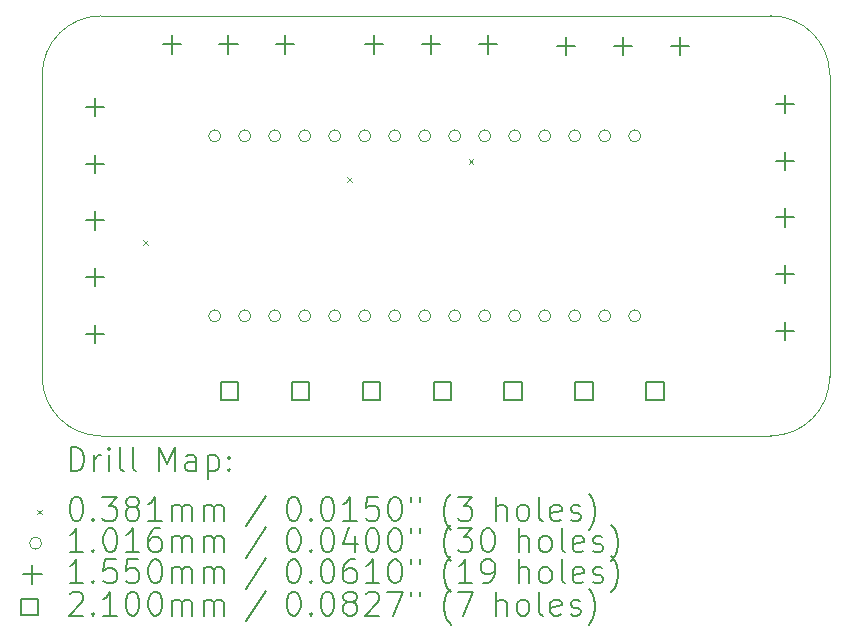
<source format=gbr>
%TF.GenerationSoftware,KiCad,Pcbnew,(7.0.0)*%
%TF.CreationDate,2023-03-08T01:22:31+01:00*%
%TF.ProjectId,booth fendi,626f6f74-6820-4666-956e-64692e6b6963,rev?*%
%TF.SameCoordinates,Original*%
%TF.FileFunction,Drillmap*%
%TF.FilePolarity,Positive*%
%FSLAX45Y45*%
G04 Gerber Fmt 4.5, Leading zero omitted, Abs format (unit mm)*
G04 Created by KiCad (PCBNEW (7.0.0)) date 2023-03-08 01:22:31*
%MOMM*%
%LPD*%
G01*
G04 APERTURE LIST*
%ADD10C,0.100000*%
%ADD11C,0.200000*%
%ADD12C,0.038100*%
%ADD13C,0.101600*%
%ADD14C,0.155000*%
%ADD15C,0.210000*%
G04 APERTURE END LIST*
D10*
X12374500Y-7112000D02*
G75*
G03*
X11874500Y-7612000I0J-500000D01*
G01*
X18542000Y-7612000D02*
X18542000Y-10168000D01*
X18542000Y-7612000D02*
G75*
G03*
X18042000Y-7112000I-500000J0D01*
G01*
X12374500Y-7112000D02*
X18042000Y-7112000D01*
X11874500Y-10168000D02*
G75*
G03*
X12374500Y-10668000I500000J0D01*
G01*
X18042000Y-10668000D02*
X12374500Y-10668000D01*
X18042000Y-10668000D02*
G75*
G03*
X18542000Y-10168000I0J500000D01*
G01*
X11874500Y-10168000D02*
X11874500Y-7612000D01*
D11*
D12*
X12731750Y-9010650D02*
X12769850Y-9048750D01*
X12769850Y-9010650D02*
X12731750Y-9048750D01*
X14458950Y-8477250D02*
X14497050Y-8515350D01*
X14497050Y-8477250D02*
X14458950Y-8515350D01*
X15487650Y-8324850D02*
X15525750Y-8362950D01*
X15525750Y-8324850D02*
X15487650Y-8362950D01*
D13*
X13385800Y-8128000D02*
G75*
G03*
X13385800Y-8128000I-50800J0D01*
G01*
X13385800Y-9652000D02*
G75*
G03*
X13385800Y-9652000I-50800J0D01*
G01*
X13639800Y-8128000D02*
G75*
G03*
X13639800Y-8128000I-50800J0D01*
G01*
X13639800Y-9652000D02*
G75*
G03*
X13639800Y-9652000I-50800J0D01*
G01*
X13893800Y-8128000D02*
G75*
G03*
X13893800Y-8128000I-50800J0D01*
G01*
X13893800Y-9652000D02*
G75*
G03*
X13893800Y-9652000I-50800J0D01*
G01*
X14147800Y-8128000D02*
G75*
G03*
X14147800Y-8128000I-50800J0D01*
G01*
X14147800Y-9652000D02*
G75*
G03*
X14147800Y-9652000I-50800J0D01*
G01*
X14401800Y-8128000D02*
G75*
G03*
X14401800Y-8128000I-50800J0D01*
G01*
X14401800Y-9652000D02*
G75*
G03*
X14401800Y-9652000I-50800J0D01*
G01*
X14655800Y-8128000D02*
G75*
G03*
X14655800Y-8128000I-50800J0D01*
G01*
X14655800Y-9652000D02*
G75*
G03*
X14655800Y-9652000I-50800J0D01*
G01*
X14909800Y-8128000D02*
G75*
G03*
X14909800Y-8128000I-50800J0D01*
G01*
X14909800Y-9652000D02*
G75*
G03*
X14909800Y-9652000I-50800J0D01*
G01*
X15163800Y-8128000D02*
G75*
G03*
X15163800Y-8128000I-50800J0D01*
G01*
X15163800Y-9652000D02*
G75*
G03*
X15163800Y-9652000I-50800J0D01*
G01*
X15417800Y-8128000D02*
G75*
G03*
X15417800Y-8128000I-50800J0D01*
G01*
X15417800Y-9652000D02*
G75*
G03*
X15417800Y-9652000I-50800J0D01*
G01*
X15671800Y-8128000D02*
G75*
G03*
X15671800Y-8128000I-50800J0D01*
G01*
X15671800Y-9652000D02*
G75*
G03*
X15671800Y-9652000I-50800J0D01*
G01*
X15925800Y-8128000D02*
G75*
G03*
X15925800Y-8128000I-50800J0D01*
G01*
X15925800Y-9652000D02*
G75*
G03*
X15925800Y-9652000I-50800J0D01*
G01*
X16179800Y-8128000D02*
G75*
G03*
X16179800Y-8128000I-50800J0D01*
G01*
X16179800Y-9652000D02*
G75*
G03*
X16179800Y-9652000I-50800J0D01*
G01*
X16433800Y-8128000D02*
G75*
G03*
X16433800Y-8128000I-50800J0D01*
G01*
X16433800Y-9652000D02*
G75*
G03*
X16433800Y-9652000I-50800J0D01*
G01*
X16687800Y-8128000D02*
G75*
G03*
X16687800Y-8128000I-50800J0D01*
G01*
X16687800Y-9652000D02*
G75*
G03*
X16687800Y-9652000I-50800J0D01*
G01*
X16941800Y-8128000D02*
G75*
G03*
X16941800Y-8128000I-50800J0D01*
G01*
X16941800Y-9652000D02*
G75*
G03*
X16941800Y-9652000I-50800J0D01*
G01*
D14*
X12319000Y-7806900D02*
X12319000Y-7961900D01*
X12241500Y-7884400D02*
X12396500Y-7884400D01*
X12319000Y-8286900D02*
X12319000Y-8441900D01*
X12241500Y-8364400D02*
X12396500Y-8364400D01*
X12319000Y-8766900D02*
X12319000Y-8921900D01*
X12241500Y-8844400D02*
X12396500Y-8844400D01*
X12319000Y-9246900D02*
X12319000Y-9401900D01*
X12241500Y-9324400D02*
X12396500Y-9324400D01*
X12319000Y-9726900D02*
X12319000Y-9881900D01*
X12241500Y-9804400D02*
X12396500Y-9804400D01*
X12971900Y-7275800D02*
X12971900Y-7430800D01*
X12894400Y-7353300D02*
X13049400Y-7353300D01*
X13451900Y-7275800D02*
X13451900Y-7430800D01*
X13374400Y-7353300D02*
X13529400Y-7353300D01*
X13931900Y-7275800D02*
X13931900Y-7430800D01*
X13854400Y-7353300D02*
X14009400Y-7353300D01*
X14686400Y-7275800D02*
X14686400Y-7430800D01*
X14608900Y-7353300D02*
X14763900Y-7353300D01*
X15166400Y-7275800D02*
X15166400Y-7430800D01*
X15088900Y-7353300D02*
X15243900Y-7353300D01*
X15646400Y-7275800D02*
X15646400Y-7430800D01*
X15568900Y-7353300D02*
X15723900Y-7353300D01*
X16312000Y-7288500D02*
X16312000Y-7443500D01*
X16234500Y-7366000D02*
X16389500Y-7366000D01*
X16792000Y-7288500D02*
X16792000Y-7443500D01*
X16714500Y-7366000D02*
X16869500Y-7366000D01*
X17272000Y-7288500D02*
X17272000Y-7443500D01*
X17194500Y-7366000D02*
X17349500Y-7366000D01*
X18161000Y-7781500D02*
X18161000Y-7936500D01*
X18083500Y-7859000D02*
X18238500Y-7859000D01*
X18161000Y-8261500D02*
X18161000Y-8416500D01*
X18083500Y-8339000D02*
X18238500Y-8339000D01*
X18161000Y-8741500D02*
X18161000Y-8896500D01*
X18083500Y-8819000D02*
X18238500Y-8819000D01*
X18161000Y-9221500D02*
X18161000Y-9376500D01*
X18083500Y-9299000D02*
X18238500Y-9299000D01*
X18161000Y-9701500D02*
X18161000Y-9856500D01*
X18083500Y-9779000D02*
X18238500Y-9779000D01*
D15*
X13536247Y-10361247D02*
X13536247Y-10212753D01*
X13387753Y-10212753D01*
X13387753Y-10361247D01*
X13536247Y-10361247D01*
X14136247Y-10361247D02*
X14136247Y-10212753D01*
X13987753Y-10212753D01*
X13987753Y-10361247D01*
X14136247Y-10361247D01*
X14736247Y-10361247D02*
X14736247Y-10212753D01*
X14587753Y-10212753D01*
X14587753Y-10361247D01*
X14736247Y-10361247D01*
X15336247Y-10361247D02*
X15336247Y-10212753D01*
X15187753Y-10212753D01*
X15187753Y-10361247D01*
X15336247Y-10361247D01*
X15936247Y-10361247D02*
X15936247Y-10212753D01*
X15787753Y-10212753D01*
X15787753Y-10361247D01*
X15936247Y-10361247D01*
X16536247Y-10361247D02*
X16536247Y-10212753D01*
X16387753Y-10212753D01*
X16387753Y-10361247D01*
X16536247Y-10361247D01*
X17135845Y-10361247D02*
X17135845Y-10212753D01*
X16987351Y-10212753D01*
X16987351Y-10361247D01*
X17135845Y-10361247D01*
D11*
X12117119Y-10966476D02*
X12117119Y-10766476D01*
X12117119Y-10766476D02*
X12164738Y-10766476D01*
X12164738Y-10766476D02*
X12193309Y-10776000D01*
X12193309Y-10776000D02*
X12212357Y-10795048D01*
X12212357Y-10795048D02*
X12221881Y-10814095D01*
X12221881Y-10814095D02*
X12231405Y-10852190D01*
X12231405Y-10852190D02*
X12231405Y-10880762D01*
X12231405Y-10880762D02*
X12221881Y-10918857D01*
X12221881Y-10918857D02*
X12212357Y-10937905D01*
X12212357Y-10937905D02*
X12193309Y-10956952D01*
X12193309Y-10956952D02*
X12164738Y-10966476D01*
X12164738Y-10966476D02*
X12117119Y-10966476D01*
X12317119Y-10966476D02*
X12317119Y-10833143D01*
X12317119Y-10871238D02*
X12326643Y-10852190D01*
X12326643Y-10852190D02*
X12336167Y-10842667D01*
X12336167Y-10842667D02*
X12355214Y-10833143D01*
X12355214Y-10833143D02*
X12374262Y-10833143D01*
X12440928Y-10966476D02*
X12440928Y-10833143D01*
X12440928Y-10766476D02*
X12431405Y-10776000D01*
X12431405Y-10776000D02*
X12440928Y-10785524D01*
X12440928Y-10785524D02*
X12450452Y-10776000D01*
X12450452Y-10776000D02*
X12440928Y-10766476D01*
X12440928Y-10766476D02*
X12440928Y-10785524D01*
X12564738Y-10966476D02*
X12545690Y-10956952D01*
X12545690Y-10956952D02*
X12536167Y-10937905D01*
X12536167Y-10937905D02*
X12536167Y-10766476D01*
X12669500Y-10966476D02*
X12650452Y-10956952D01*
X12650452Y-10956952D02*
X12640928Y-10937905D01*
X12640928Y-10937905D02*
X12640928Y-10766476D01*
X12865690Y-10966476D02*
X12865690Y-10766476D01*
X12865690Y-10766476D02*
X12932357Y-10909333D01*
X12932357Y-10909333D02*
X12999024Y-10766476D01*
X12999024Y-10766476D02*
X12999024Y-10966476D01*
X13179976Y-10966476D02*
X13179976Y-10861714D01*
X13179976Y-10861714D02*
X13170452Y-10842667D01*
X13170452Y-10842667D02*
X13151405Y-10833143D01*
X13151405Y-10833143D02*
X13113309Y-10833143D01*
X13113309Y-10833143D02*
X13094262Y-10842667D01*
X13179976Y-10956952D02*
X13160928Y-10966476D01*
X13160928Y-10966476D02*
X13113309Y-10966476D01*
X13113309Y-10966476D02*
X13094262Y-10956952D01*
X13094262Y-10956952D02*
X13084738Y-10937905D01*
X13084738Y-10937905D02*
X13084738Y-10918857D01*
X13084738Y-10918857D02*
X13094262Y-10899810D01*
X13094262Y-10899810D02*
X13113309Y-10890286D01*
X13113309Y-10890286D02*
X13160928Y-10890286D01*
X13160928Y-10890286D02*
X13179976Y-10880762D01*
X13275214Y-10833143D02*
X13275214Y-11033143D01*
X13275214Y-10842667D02*
X13294262Y-10833143D01*
X13294262Y-10833143D02*
X13332357Y-10833143D01*
X13332357Y-10833143D02*
X13351405Y-10842667D01*
X13351405Y-10842667D02*
X13360928Y-10852190D01*
X13360928Y-10852190D02*
X13370452Y-10871238D01*
X13370452Y-10871238D02*
X13370452Y-10928381D01*
X13370452Y-10928381D02*
X13360928Y-10947429D01*
X13360928Y-10947429D02*
X13351405Y-10956952D01*
X13351405Y-10956952D02*
X13332357Y-10966476D01*
X13332357Y-10966476D02*
X13294262Y-10966476D01*
X13294262Y-10966476D02*
X13275214Y-10956952D01*
X13456167Y-10947429D02*
X13465690Y-10956952D01*
X13465690Y-10956952D02*
X13456167Y-10966476D01*
X13456167Y-10966476D02*
X13446643Y-10956952D01*
X13446643Y-10956952D02*
X13456167Y-10947429D01*
X13456167Y-10947429D02*
X13456167Y-10966476D01*
X13456167Y-10842667D02*
X13465690Y-10852190D01*
X13465690Y-10852190D02*
X13456167Y-10861714D01*
X13456167Y-10861714D02*
X13446643Y-10852190D01*
X13446643Y-10852190D02*
X13456167Y-10842667D01*
X13456167Y-10842667D02*
X13456167Y-10861714D01*
D12*
X11831400Y-11293950D02*
X11869500Y-11332050D01*
X11869500Y-11293950D02*
X11831400Y-11332050D01*
D11*
X12155214Y-11186476D02*
X12174262Y-11186476D01*
X12174262Y-11186476D02*
X12193309Y-11196000D01*
X12193309Y-11196000D02*
X12202833Y-11205524D01*
X12202833Y-11205524D02*
X12212357Y-11224571D01*
X12212357Y-11224571D02*
X12221881Y-11262667D01*
X12221881Y-11262667D02*
X12221881Y-11310286D01*
X12221881Y-11310286D02*
X12212357Y-11348381D01*
X12212357Y-11348381D02*
X12202833Y-11367428D01*
X12202833Y-11367428D02*
X12193309Y-11376952D01*
X12193309Y-11376952D02*
X12174262Y-11386476D01*
X12174262Y-11386476D02*
X12155214Y-11386476D01*
X12155214Y-11386476D02*
X12136167Y-11376952D01*
X12136167Y-11376952D02*
X12126643Y-11367428D01*
X12126643Y-11367428D02*
X12117119Y-11348381D01*
X12117119Y-11348381D02*
X12107595Y-11310286D01*
X12107595Y-11310286D02*
X12107595Y-11262667D01*
X12107595Y-11262667D02*
X12117119Y-11224571D01*
X12117119Y-11224571D02*
X12126643Y-11205524D01*
X12126643Y-11205524D02*
X12136167Y-11196000D01*
X12136167Y-11196000D02*
X12155214Y-11186476D01*
X12307595Y-11367428D02*
X12317119Y-11376952D01*
X12317119Y-11376952D02*
X12307595Y-11386476D01*
X12307595Y-11386476D02*
X12298071Y-11376952D01*
X12298071Y-11376952D02*
X12307595Y-11367428D01*
X12307595Y-11367428D02*
X12307595Y-11386476D01*
X12383786Y-11186476D02*
X12507595Y-11186476D01*
X12507595Y-11186476D02*
X12440928Y-11262667D01*
X12440928Y-11262667D02*
X12469500Y-11262667D01*
X12469500Y-11262667D02*
X12488548Y-11272190D01*
X12488548Y-11272190D02*
X12498071Y-11281714D01*
X12498071Y-11281714D02*
X12507595Y-11300762D01*
X12507595Y-11300762D02*
X12507595Y-11348381D01*
X12507595Y-11348381D02*
X12498071Y-11367428D01*
X12498071Y-11367428D02*
X12488548Y-11376952D01*
X12488548Y-11376952D02*
X12469500Y-11386476D01*
X12469500Y-11386476D02*
X12412357Y-11386476D01*
X12412357Y-11386476D02*
X12393309Y-11376952D01*
X12393309Y-11376952D02*
X12383786Y-11367428D01*
X12621881Y-11272190D02*
X12602833Y-11262667D01*
X12602833Y-11262667D02*
X12593309Y-11253143D01*
X12593309Y-11253143D02*
X12583786Y-11234095D01*
X12583786Y-11234095D02*
X12583786Y-11224571D01*
X12583786Y-11224571D02*
X12593309Y-11205524D01*
X12593309Y-11205524D02*
X12602833Y-11196000D01*
X12602833Y-11196000D02*
X12621881Y-11186476D01*
X12621881Y-11186476D02*
X12659976Y-11186476D01*
X12659976Y-11186476D02*
X12679024Y-11196000D01*
X12679024Y-11196000D02*
X12688548Y-11205524D01*
X12688548Y-11205524D02*
X12698071Y-11224571D01*
X12698071Y-11224571D02*
X12698071Y-11234095D01*
X12698071Y-11234095D02*
X12688548Y-11253143D01*
X12688548Y-11253143D02*
X12679024Y-11262667D01*
X12679024Y-11262667D02*
X12659976Y-11272190D01*
X12659976Y-11272190D02*
X12621881Y-11272190D01*
X12621881Y-11272190D02*
X12602833Y-11281714D01*
X12602833Y-11281714D02*
X12593309Y-11291238D01*
X12593309Y-11291238D02*
X12583786Y-11310286D01*
X12583786Y-11310286D02*
X12583786Y-11348381D01*
X12583786Y-11348381D02*
X12593309Y-11367428D01*
X12593309Y-11367428D02*
X12602833Y-11376952D01*
X12602833Y-11376952D02*
X12621881Y-11386476D01*
X12621881Y-11386476D02*
X12659976Y-11386476D01*
X12659976Y-11386476D02*
X12679024Y-11376952D01*
X12679024Y-11376952D02*
X12688548Y-11367428D01*
X12688548Y-11367428D02*
X12698071Y-11348381D01*
X12698071Y-11348381D02*
X12698071Y-11310286D01*
X12698071Y-11310286D02*
X12688548Y-11291238D01*
X12688548Y-11291238D02*
X12679024Y-11281714D01*
X12679024Y-11281714D02*
X12659976Y-11272190D01*
X12888548Y-11386476D02*
X12774262Y-11386476D01*
X12831405Y-11386476D02*
X12831405Y-11186476D01*
X12831405Y-11186476D02*
X12812357Y-11215048D01*
X12812357Y-11215048D02*
X12793309Y-11234095D01*
X12793309Y-11234095D02*
X12774262Y-11243619D01*
X12974262Y-11386476D02*
X12974262Y-11253143D01*
X12974262Y-11272190D02*
X12983786Y-11262667D01*
X12983786Y-11262667D02*
X13002833Y-11253143D01*
X13002833Y-11253143D02*
X13031405Y-11253143D01*
X13031405Y-11253143D02*
X13050452Y-11262667D01*
X13050452Y-11262667D02*
X13059976Y-11281714D01*
X13059976Y-11281714D02*
X13059976Y-11386476D01*
X13059976Y-11281714D02*
X13069500Y-11262667D01*
X13069500Y-11262667D02*
X13088548Y-11253143D01*
X13088548Y-11253143D02*
X13117119Y-11253143D01*
X13117119Y-11253143D02*
X13136167Y-11262667D01*
X13136167Y-11262667D02*
X13145690Y-11281714D01*
X13145690Y-11281714D02*
X13145690Y-11386476D01*
X13240929Y-11386476D02*
X13240929Y-11253143D01*
X13240929Y-11272190D02*
X13250452Y-11262667D01*
X13250452Y-11262667D02*
X13269500Y-11253143D01*
X13269500Y-11253143D02*
X13298071Y-11253143D01*
X13298071Y-11253143D02*
X13317119Y-11262667D01*
X13317119Y-11262667D02*
X13326643Y-11281714D01*
X13326643Y-11281714D02*
X13326643Y-11386476D01*
X13326643Y-11281714D02*
X13336167Y-11262667D01*
X13336167Y-11262667D02*
X13355214Y-11253143D01*
X13355214Y-11253143D02*
X13383786Y-11253143D01*
X13383786Y-11253143D02*
X13402833Y-11262667D01*
X13402833Y-11262667D02*
X13412357Y-11281714D01*
X13412357Y-11281714D02*
X13412357Y-11386476D01*
X13770452Y-11176952D02*
X13599024Y-11434095D01*
X13995214Y-11186476D02*
X14014262Y-11186476D01*
X14014262Y-11186476D02*
X14033310Y-11196000D01*
X14033310Y-11196000D02*
X14042833Y-11205524D01*
X14042833Y-11205524D02*
X14052357Y-11224571D01*
X14052357Y-11224571D02*
X14061881Y-11262667D01*
X14061881Y-11262667D02*
X14061881Y-11310286D01*
X14061881Y-11310286D02*
X14052357Y-11348381D01*
X14052357Y-11348381D02*
X14042833Y-11367428D01*
X14042833Y-11367428D02*
X14033310Y-11376952D01*
X14033310Y-11376952D02*
X14014262Y-11386476D01*
X14014262Y-11386476D02*
X13995214Y-11386476D01*
X13995214Y-11386476D02*
X13976167Y-11376952D01*
X13976167Y-11376952D02*
X13966643Y-11367428D01*
X13966643Y-11367428D02*
X13957119Y-11348381D01*
X13957119Y-11348381D02*
X13947595Y-11310286D01*
X13947595Y-11310286D02*
X13947595Y-11262667D01*
X13947595Y-11262667D02*
X13957119Y-11224571D01*
X13957119Y-11224571D02*
X13966643Y-11205524D01*
X13966643Y-11205524D02*
X13976167Y-11196000D01*
X13976167Y-11196000D02*
X13995214Y-11186476D01*
X14147595Y-11367428D02*
X14157119Y-11376952D01*
X14157119Y-11376952D02*
X14147595Y-11386476D01*
X14147595Y-11386476D02*
X14138071Y-11376952D01*
X14138071Y-11376952D02*
X14147595Y-11367428D01*
X14147595Y-11367428D02*
X14147595Y-11386476D01*
X14280929Y-11186476D02*
X14299976Y-11186476D01*
X14299976Y-11186476D02*
X14319024Y-11196000D01*
X14319024Y-11196000D02*
X14328548Y-11205524D01*
X14328548Y-11205524D02*
X14338071Y-11224571D01*
X14338071Y-11224571D02*
X14347595Y-11262667D01*
X14347595Y-11262667D02*
X14347595Y-11310286D01*
X14347595Y-11310286D02*
X14338071Y-11348381D01*
X14338071Y-11348381D02*
X14328548Y-11367428D01*
X14328548Y-11367428D02*
X14319024Y-11376952D01*
X14319024Y-11376952D02*
X14299976Y-11386476D01*
X14299976Y-11386476D02*
X14280929Y-11386476D01*
X14280929Y-11386476D02*
X14261881Y-11376952D01*
X14261881Y-11376952D02*
X14252357Y-11367428D01*
X14252357Y-11367428D02*
X14242833Y-11348381D01*
X14242833Y-11348381D02*
X14233310Y-11310286D01*
X14233310Y-11310286D02*
X14233310Y-11262667D01*
X14233310Y-11262667D02*
X14242833Y-11224571D01*
X14242833Y-11224571D02*
X14252357Y-11205524D01*
X14252357Y-11205524D02*
X14261881Y-11196000D01*
X14261881Y-11196000D02*
X14280929Y-11186476D01*
X14538071Y-11386476D02*
X14423786Y-11386476D01*
X14480929Y-11386476D02*
X14480929Y-11186476D01*
X14480929Y-11186476D02*
X14461881Y-11215048D01*
X14461881Y-11215048D02*
X14442833Y-11234095D01*
X14442833Y-11234095D02*
X14423786Y-11243619D01*
X14719024Y-11186476D02*
X14623786Y-11186476D01*
X14623786Y-11186476D02*
X14614262Y-11281714D01*
X14614262Y-11281714D02*
X14623786Y-11272190D01*
X14623786Y-11272190D02*
X14642833Y-11262667D01*
X14642833Y-11262667D02*
X14690452Y-11262667D01*
X14690452Y-11262667D02*
X14709500Y-11272190D01*
X14709500Y-11272190D02*
X14719024Y-11281714D01*
X14719024Y-11281714D02*
X14728548Y-11300762D01*
X14728548Y-11300762D02*
X14728548Y-11348381D01*
X14728548Y-11348381D02*
X14719024Y-11367428D01*
X14719024Y-11367428D02*
X14709500Y-11376952D01*
X14709500Y-11376952D02*
X14690452Y-11386476D01*
X14690452Y-11386476D02*
X14642833Y-11386476D01*
X14642833Y-11386476D02*
X14623786Y-11376952D01*
X14623786Y-11376952D02*
X14614262Y-11367428D01*
X14852357Y-11186476D02*
X14871405Y-11186476D01*
X14871405Y-11186476D02*
X14890452Y-11196000D01*
X14890452Y-11196000D02*
X14899976Y-11205524D01*
X14899976Y-11205524D02*
X14909500Y-11224571D01*
X14909500Y-11224571D02*
X14919024Y-11262667D01*
X14919024Y-11262667D02*
X14919024Y-11310286D01*
X14919024Y-11310286D02*
X14909500Y-11348381D01*
X14909500Y-11348381D02*
X14899976Y-11367428D01*
X14899976Y-11367428D02*
X14890452Y-11376952D01*
X14890452Y-11376952D02*
X14871405Y-11386476D01*
X14871405Y-11386476D02*
X14852357Y-11386476D01*
X14852357Y-11386476D02*
X14833310Y-11376952D01*
X14833310Y-11376952D02*
X14823786Y-11367428D01*
X14823786Y-11367428D02*
X14814262Y-11348381D01*
X14814262Y-11348381D02*
X14804738Y-11310286D01*
X14804738Y-11310286D02*
X14804738Y-11262667D01*
X14804738Y-11262667D02*
X14814262Y-11224571D01*
X14814262Y-11224571D02*
X14823786Y-11205524D01*
X14823786Y-11205524D02*
X14833310Y-11196000D01*
X14833310Y-11196000D02*
X14852357Y-11186476D01*
X14995214Y-11186476D02*
X14995214Y-11224571D01*
X15071405Y-11186476D02*
X15071405Y-11224571D01*
X15334262Y-11462667D02*
X15324738Y-11453143D01*
X15324738Y-11453143D02*
X15305691Y-11424571D01*
X15305691Y-11424571D02*
X15296167Y-11405524D01*
X15296167Y-11405524D02*
X15286643Y-11376952D01*
X15286643Y-11376952D02*
X15277119Y-11329333D01*
X15277119Y-11329333D02*
X15277119Y-11291238D01*
X15277119Y-11291238D02*
X15286643Y-11243619D01*
X15286643Y-11243619D02*
X15296167Y-11215048D01*
X15296167Y-11215048D02*
X15305691Y-11196000D01*
X15305691Y-11196000D02*
X15324738Y-11167429D01*
X15324738Y-11167429D02*
X15334262Y-11157905D01*
X15391405Y-11186476D02*
X15515214Y-11186476D01*
X15515214Y-11186476D02*
X15448548Y-11262667D01*
X15448548Y-11262667D02*
X15477119Y-11262667D01*
X15477119Y-11262667D02*
X15496167Y-11272190D01*
X15496167Y-11272190D02*
X15505691Y-11281714D01*
X15505691Y-11281714D02*
X15515214Y-11300762D01*
X15515214Y-11300762D02*
X15515214Y-11348381D01*
X15515214Y-11348381D02*
X15505691Y-11367428D01*
X15505691Y-11367428D02*
X15496167Y-11376952D01*
X15496167Y-11376952D02*
X15477119Y-11386476D01*
X15477119Y-11386476D02*
X15419976Y-11386476D01*
X15419976Y-11386476D02*
X15400929Y-11376952D01*
X15400929Y-11376952D02*
X15391405Y-11367428D01*
X15720929Y-11386476D02*
X15720929Y-11186476D01*
X15806643Y-11386476D02*
X15806643Y-11281714D01*
X15806643Y-11281714D02*
X15797119Y-11262667D01*
X15797119Y-11262667D02*
X15778072Y-11253143D01*
X15778072Y-11253143D02*
X15749500Y-11253143D01*
X15749500Y-11253143D02*
X15730452Y-11262667D01*
X15730452Y-11262667D02*
X15720929Y-11272190D01*
X15930452Y-11386476D02*
X15911405Y-11376952D01*
X15911405Y-11376952D02*
X15901881Y-11367428D01*
X15901881Y-11367428D02*
X15892357Y-11348381D01*
X15892357Y-11348381D02*
X15892357Y-11291238D01*
X15892357Y-11291238D02*
X15901881Y-11272190D01*
X15901881Y-11272190D02*
X15911405Y-11262667D01*
X15911405Y-11262667D02*
X15930452Y-11253143D01*
X15930452Y-11253143D02*
X15959024Y-11253143D01*
X15959024Y-11253143D02*
X15978072Y-11262667D01*
X15978072Y-11262667D02*
X15987595Y-11272190D01*
X15987595Y-11272190D02*
X15997119Y-11291238D01*
X15997119Y-11291238D02*
X15997119Y-11348381D01*
X15997119Y-11348381D02*
X15987595Y-11367428D01*
X15987595Y-11367428D02*
X15978072Y-11376952D01*
X15978072Y-11376952D02*
X15959024Y-11386476D01*
X15959024Y-11386476D02*
X15930452Y-11386476D01*
X16111405Y-11386476D02*
X16092357Y-11376952D01*
X16092357Y-11376952D02*
X16082833Y-11357905D01*
X16082833Y-11357905D02*
X16082833Y-11186476D01*
X16263786Y-11376952D02*
X16244738Y-11386476D01*
X16244738Y-11386476D02*
X16206643Y-11386476D01*
X16206643Y-11386476D02*
X16187595Y-11376952D01*
X16187595Y-11376952D02*
X16178072Y-11357905D01*
X16178072Y-11357905D02*
X16178072Y-11281714D01*
X16178072Y-11281714D02*
X16187595Y-11262667D01*
X16187595Y-11262667D02*
X16206643Y-11253143D01*
X16206643Y-11253143D02*
X16244738Y-11253143D01*
X16244738Y-11253143D02*
X16263786Y-11262667D01*
X16263786Y-11262667D02*
X16273310Y-11281714D01*
X16273310Y-11281714D02*
X16273310Y-11300762D01*
X16273310Y-11300762D02*
X16178072Y-11319809D01*
X16349500Y-11376952D02*
X16368548Y-11386476D01*
X16368548Y-11386476D02*
X16406643Y-11386476D01*
X16406643Y-11386476D02*
X16425691Y-11376952D01*
X16425691Y-11376952D02*
X16435214Y-11357905D01*
X16435214Y-11357905D02*
X16435214Y-11348381D01*
X16435214Y-11348381D02*
X16425691Y-11329333D01*
X16425691Y-11329333D02*
X16406643Y-11319809D01*
X16406643Y-11319809D02*
X16378072Y-11319809D01*
X16378072Y-11319809D02*
X16359024Y-11310286D01*
X16359024Y-11310286D02*
X16349500Y-11291238D01*
X16349500Y-11291238D02*
X16349500Y-11281714D01*
X16349500Y-11281714D02*
X16359024Y-11262667D01*
X16359024Y-11262667D02*
X16378072Y-11253143D01*
X16378072Y-11253143D02*
X16406643Y-11253143D01*
X16406643Y-11253143D02*
X16425691Y-11262667D01*
X16501881Y-11462667D02*
X16511405Y-11453143D01*
X16511405Y-11453143D02*
X16530453Y-11424571D01*
X16530453Y-11424571D02*
X16539976Y-11405524D01*
X16539976Y-11405524D02*
X16549500Y-11376952D01*
X16549500Y-11376952D02*
X16559024Y-11329333D01*
X16559024Y-11329333D02*
X16559024Y-11291238D01*
X16559024Y-11291238D02*
X16549500Y-11243619D01*
X16549500Y-11243619D02*
X16539976Y-11215048D01*
X16539976Y-11215048D02*
X16530453Y-11196000D01*
X16530453Y-11196000D02*
X16511405Y-11167429D01*
X16511405Y-11167429D02*
X16501881Y-11157905D01*
D13*
X11869500Y-11577000D02*
G75*
G03*
X11869500Y-11577000I-50800J0D01*
G01*
D11*
X12221881Y-11650476D02*
X12107595Y-11650476D01*
X12164738Y-11650476D02*
X12164738Y-11450476D01*
X12164738Y-11450476D02*
X12145690Y-11479048D01*
X12145690Y-11479048D02*
X12126643Y-11498095D01*
X12126643Y-11498095D02*
X12107595Y-11507619D01*
X12307595Y-11631428D02*
X12317119Y-11640952D01*
X12317119Y-11640952D02*
X12307595Y-11650476D01*
X12307595Y-11650476D02*
X12298071Y-11640952D01*
X12298071Y-11640952D02*
X12307595Y-11631428D01*
X12307595Y-11631428D02*
X12307595Y-11650476D01*
X12440928Y-11450476D02*
X12459976Y-11450476D01*
X12459976Y-11450476D02*
X12479024Y-11460000D01*
X12479024Y-11460000D02*
X12488548Y-11469524D01*
X12488548Y-11469524D02*
X12498071Y-11488571D01*
X12498071Y-11488571D02*
X12507595Y-11526667D01*
X12507595Y-11526667D02*
X12507595Y-11574286D01*
X12507595Y-11574286D02*
X12498071Y-11612381D01*
X12498071Y-11612381D02*
X12488548Y-11631428D01*
X12488548Y-11631428D02*
X12479024Y-11640952D01*
X12479024Y-11640952D02*
X12459976Y-11650476D01*
X12459976Y-11650476D02*
X12440928Y-11650476D01*
X12440928Y-11650476D02*
X12421881Y-11640952D01*
X12421881Y-11640952D02*
X12412357Y-11631428D01*
X12412357Y-11631428D02*
X12402833Y-11612381D01*
X12402833Y-11612381D02*
X12393309Y-11574286D01*
X12393309Y-11574286D02*
X12393309Y-11526667D01*
X12393309Y-11526667D02*
X12402833Y-11488571D01*
X12402833Y-11488571D02*
X12412357Y-11469524D01*
X12412357Y-11469524D02*
X12421881Y-11460000D01*
X12421881Y-11460000D02*
X12440928Y-11450476D01*
X12698071Y-11650476D02*
X12583786Y-11650476D01*
X12640928Y-11650476D02*
X12640928Y-11450476D01*
X12640928Y-11450476D02*
X12621881Y-11479048D01*
X12621881Y-11479048D02*
X12602833Y-11498095D01*
X12602833Y-11498095D02*
X12583786Y-11507619D01*
X12869500Y-11450476D02*
X12831405Y-11450476D01*
X12831405Y-11450476D02*
X12812357Y-11460000D01*
X12812357Y-11460000D02*
X12802833Y-11469524D01*
X12802833Y-11469524D02*
X12783786Y-11498095D01*
X12783786Y-11498095D02*
X12774262Y-11536190D01*
X12774262Y-11536190D02*
X12774262Y-11612381D01*
X12774262Y-11612381D02*
X12783786Y-11631428D01*
X12783786Y-11631428D02*
X12793309Y-11640952D01*
X12793309Y-11640952D02*
X12812357Y-11650476D01*
X12812357Y-11650476D02*
X12850452Y-11650476D01*
X12850452Y-11650476D02*
X12869500Y-11640952D01*
X12869500Y-11640952D02*
X12879024Y-11631428D01*
X12879024Y-11631428D02*
X12888548Y-11612381D01*
X12888548Y-11612381D02*
X12888548Y-11564762D01*
X12888548Y-11564762D02*
X12879024Y-11545714D01*
X12879024Y-11545714D02*
X12869500Y-11536190D01*
X12869500Y-11536190D02*
X12850452Y-11526667D01*
X12850452Y-11526667D02*
X12812357Y-11526667D01*
X12812357Y-11526667D02*
X12793309Y-11536190D01*
X12793309Y-11536190D02*
X12783786Y-11545714D01*
X12783786Y-11545714D02*
X12774262Y-11564762D01*
X12974262Y-11650476D02*
X12974262Y-11517143D01*
X12974262Y-11536190D02*
X12983786Y-11526667D01*
X12983786Y-11526667D02*
X13002833Y-11517143D01*
X13002833Y-11517143D02*
X13031405Y-11517143D01*
X13031405Y-11517143D02*
X13050452Y-11526667D01*
X13050452Y-11526667D02*
X13059976Y-11545714D01*
X13059976Y-11545714D02*
X13059976Y-11650476D01*
X13059976Y-11545714D02*
X13069500Y-11526667D01*
X13069500Y-11526667D02*
X13088548Y-11517143D01*
X13088548Y-11517143D02*
X13117119Y-11517143D01*
X13117119Y-11517143D02*
X13136167Y-11526667D01*
X13136167Y-11526667D02*
X13145690Y-11545714D01*
X13145690Y-11545714D02*
X13145690Y-11650476D01*
X13240929Y-11650476D02*
X13240929Y-11517143D01*
X13240929Y-11536190D02*
X13250452Y-11526667D01*
X13250452Y-11526667D02*
X13269500Y-11517143D01*
X13269500Y-11517143D02*
X13298071Y-11517143D01*
X13298071Y-11517143D02*
X13317119Y-11526667D01*
X13317119Y-11526667D02*
X13326643Y-11545714D01*
X13326643Y-11545714D02*
X13326643Y-11650476D01*
X13326643Y-11545714D02*
X13336167Y-11526667D01*
X13336167Y-11526667D02*
X13355214Y-11517143D01*
X13355214Y-11517143D02*
X13383786Y-11517143D01*
X13383786Y-11517143D02*
X13402833Y-11526667D01*
X13402833Y-11526667D02*
X13412357Y-11545714D01*
X13412357Y-11545714D02*
X13412357Y-11650476D01*
X13770452Y-11440952D02*
X13599024Y-11698095D01*
X13995214Y-11450476D02*
X14014262Y-11450476D01*
X14014262Y-11450476D02*
X14033310Y-11460000D01*
X14033310Y-11460000D02*
X14042833Y-11469524D01*
X14042833Y-11469524D02*
X14052357Y-11488571D01*
X14052357Y-11488571D02*
X14061881Y-11526667D01*
X14061881Y-11526667D02*
X14061881Y-11574286D01*
X14061881Y-11574286D02*
X14052357Y-11612381D01*
X14052357Y-11612381D02*
X14042833Y-11631428D01*
X14042833Y-11631428D02*
X14033310Y-11640952D01*
X14033310Y-11640952D02*
X14014262Y-11650476D01*
X14014262Y-11650476D02*
X13995214Y-11650476D01*
X13995214Y-11650476D02*
X13976167Y-11640952D01*
X13976167Y-11640952D02*
X13966643Y-11631428D01*
X13966643Y-11631428D02*
X13957119Y-11612381D01*
X13957119Y-11612381D02*
X13947595Y-11574286D01*
X13947595Y-11574286D02*
X13947595Y-11526667D01*
X13947595Y-11526667D02*
X13957119Y-11488571D01*
X13957119Y-11488571D02*
X13966643Y-11469524D01*
X13966643Y-11469524D02*
X13976167Y-11460000D01*
X13976167Y-11460000D02*
X13995214Y-11450476D01*
X14147595Y-11631428D02*
X14157119Y-11640952D01*
X14157119Y-11640952D02*
X14147595Y-11650476D01*
X14147595Y-11650476D02*
X14138071Y-11640952D01*
X14138071Y-11640952D02*
X14147595Y-11631428D01*
X14147595Y-11631428D02*
X14147595Y-11650476D01*
X14280929Y-11450476D02*
X14299976Y-11450476D01*
X14299976Y-11450476D02*
X14319024Y-11460000D01*
X14319024Y-11460000D02*
X14328548Y-11469524D01*
X14328548Y-11469524D02*
X14338071Y-11488571D01*
X14338071Y-11488571D02*
X14347595Y-11526667D01*
X14347595Y-11526667D02*
X14347595Y-11574286D01*
X14347595Y-11574286D02*
X14338071Y-11612381D01*
X14338071Y-11612381D02*
X14328548Y-11631428D01*
X14328548Y-11631428D02*
X14319024Y-11640952D01*
X14319024Y-11640952D02*
X14299976Y-11650476D01*
X14299976Y-11650476D02*
X14280929Y-11650476D01*
X14280929Y-11650476D02*
X14261881Y-11640952D01*
X14261881Y-11640952D02*
X14252357Y-11631428D01*
X14252357Y-11631428D02*
X14242833Y-11612381D01*
X14242833Y-11612381D02*
X14233310Y-11574286D01*
X14233310Y-11574286D02*
X14233310Y-11526667D01*
X14233310Y-11526667D02*
X14242833Y-11488571D01*
X14242833Y-11488571D02*
X14252357Y-11469524D01*
X14252357Y-11469524D02*
X14261881Y-11460000D01*
X14261881Y-11460000D02*
X14280929Y-11450476D01*
X14519024Y-11517143D02*
X14519024Y-11650476D01*
X14471405Y-11440952D02*
X14423786Y-11583809D01*
X14423786Y-11583809D02*
X14547595Y-11583809D01*
X14661881Y-11450476D02*
X14680929Y-11450476D01*
X14680929Y-11450476D02*
X14699976Y-11460000D01*
X14699976Y-11460000D02*
X14709500Y-11469524D01*
X14709500Y-11469524D02*
X14719024Y-11488571D01*
X14719024Y-11488571D02*
X14728548Y-11526667D01*
X14728548Y-11526667D02*
X14728548Y-11574286D01*
X14728548Y-11574286D02*
X14719024Y-11612381D01*
X14719024Y-11612381D02*
X14709500Y-11631428D01*
X14709500Y-11631428D02*
X14699976Y-11640952D01*
X14699976Y-11640952D02*
X14680929Y-11650476D01*
X14680929Y-11650476D02*
X14661881Y-11650476D01*
X14661881Y-11650476D02*
X14642833Y-11640952D01*
X14642833Y-11640952D02*
X14633310Y-11631428D01*
X14633310Y-11631428D02*
X14623786Y-11612381D01*
X14623786Y-11612381D02*
X14614262Y-11574286D01*
X14614262Y-11574286D02*
X14614262Y-11526667D01*
X14614262Y-11526667D02*
X14623786Y-11488571D01*
X14623786Y-11488571D02*
X14633310Y-11469524D01*
X14633310Y-11469524D02*
X14642833Y-11460000D01*
X14642833Y-11460000D02*
X14661881Y-11450476D01*
X14852357Y-11450476D02*
X14871405Y-11450476D01*
X14871405Y-11450476D02*
X14890452Y-11460000D01*
X14890452Y-11460000D02*
X14899976Y-11469524D01*
X14899976Y-11469524D02*
X14909500Y-11488571D01*
X14909500Y-11488571D02*
X14919024Y-11526667D01*
X14919024Y-11526667D02*
X14919024Y-11574286D01*
X14919024Y-11574286D02*
X14909500Y-11612381D01*
X14909500Y-11612381D02*
X14899976Y-11631428D01*
X14899976Y-11631428D02*
X14890452Y-11640952D01*
X14890452Y-11640952D02*
X14871405Y-11650476D01*
X14871405Y-11650476D02*
X14852357Y-11650476D01*
X14852357Y-11650476D02*
X14833310Y-11640952D01*
X14833310Y-11640952D02*
X14823786Y-11631428D01*
X14823786Y-11631428D02*
X14814262Y-11612381D01*
X14814262Y-11612381D02*
X14804738Y-11574286D01*
X14804738Y-11574286D02*
X14804738Y-11526667D01*
X14804738Y-11526667D02*
X14814262Y-11488571D01*
X14814262Y-11488571D02*
X14823786Y-11469524D01*
X14823786Y-11469524D02*
X14833310Y-11460000D01*
X14833310Y-11460000D02*
X14852357Y-11450476D01*
X14995214Y-11450476D02*
X14995214Y-11488571D01*
X15071405Y-11450476D02*
X15071405Y-11488571D01*
X15334262Y-11726667D02*
X15324738Y-11717143D01*
X15324738Y-11717143D02*
X15305691Y-11688571D01*
X15305691Y-11688571D02*
X15296167Y-11669524D01*
X15296167Y-11669524D02*
X15286643Y-11640952D01*
X15286643Y-11640952D02*
X15277119Y-11593333D01*
X15277119Y-11593333D02*
X15277119Y-11555238D01*
X15277119Y-11555238D02*
X15286643Y-11507619D01*
X15286643Y-11507619D02*
X15296167Y-11479048D01*
X15296167Y-11479048D02*
X15305691Y-11460000D01*
X15305691Y-11460000D02*
X15324738Y-11431428D01*
X15324738Y-11431428D02*
X15334262Y-11421905D01*
X15391405Y-11450476D02*
X15515214Y-11450476D01*
X15515214Y-11450476D02*
X15448548Y-11526667D01*
X15448548Y-11526667D02*
X15477119Y-11526667D01*
X15477119Y-11526667D02*
X15496167Y-11536190D01*
X15496167Y-11536190D02*
X15505691Y-11545714D01*
X15505691Y-11545714D02*
X15515214Y-11564762D01*
X15515214Y-11564762D02*
X15515214Y-11612381D01*
X15515214Y-11612381D02*
X15505691Y-11631428D01*
X15505691Y-11631428D02*
X15496167Y-11640952D01*
X15496167Y-11640952D02*
X15477119Y-11650476D01*
X15477119Y-11650476D02*
X15419976Y-11650476D01*
X15419976Y-11650476D02*
X15400929Y-11640952D01*
X15400929Y-11640952D02*
X15391405Y-11631428D01*
X15639024Y-11450476D02*
X15658072Y-11450476D01*
X15658072Y-11450476D02*
X15677119Y-11460000D01*
X15677119Y-11460000D02*
X15686643Y-11469524D01*
X15686643Y-11469524D02*
X15696167Y-11488571D01*
X15696167Y-11488571D02*
X15705691Y-11526667D01*
X15705691Y-11526667D02*
X15705691Y-11574286D01*
X15705691Y-11574286D02*
X15696167Y-11612381D01*
X15696167Y-11612381D02*
X15686643Y-11631428D01*
X15686643Y-11631428D02*
X15677119Y-11640952D01*
X15677119Y-11640952D02*
X15658072Y-11650476D01*
X15658072Y-11650476D02*
X15639024Y-11650476D01*
X15639024Y-11650476D02*
X15619976Y-11640952D01*
X15619976Y-11640952D02*
X15610452Y-11631428D01*
X15610452Y-11631428D02*
X15600929Y-11612381D01*
X15600929Y-11612381D02*
X15591405Y-11574286D01*
X15591405Y-11574286D02*
X15591405Y-11526667D01*
X15591405Y-11526667D02*
X15600929Y-11488571D01*
X15600929Y-11488571D02*
X15610452Y-11469524D01*
X15610452Y-11469524D02*
X15619976Y-11460000D01*
X15619976Y-11460000D02*
X15639024Y-11450476D01*
X15911405Y-11650476D02*
X15911405Y-11450476D01*
X15997119Y-11650476D02*
X15997119Y-11545714D01*
X15997119Y-11545714D02*
X15987595Y-11526667D01*
X15987595Y-11526667D02*
X15968548Y-11517143D01*
X15968548Y-11517143D02*
X15939976Y-11517143D01*
X15939976Y-11517143D02*
X15920929Y-11526667D01*
X15920929Y-11526667D02*
X15911405Y-11536190D01*
X16120929Y-11650476D02*
X16101881Y-11640952D01*
X16101881Y-11640952D02*
X16092357Y-11631428D01*
X16092357Y-11631428D02*
X16082833Y-11612381D01*
X16082833Y-11612381D02*
X16082833Y-11555238D01*
X16082833Y-11555238D02*
X16092357Y-11536190D01*
X16092357Y-11536190D02*
X16101881Y-11526667D01*
X16101881Y-11526667D02*
X16120929Y-11517143D01*
X16120929Y-11517143D02*
X16149500Y-11517143D01*
X16149500Y-11517143D02*
X16168548Y-11526667D01*
X16168548Y-11526667D02*
X16178072Y-11536190D01*
X16178072Y-11536190D02*
X16187595Y-11555238D01*
X16187595Y-11555238D02*
X16187595Y-11612381D01*
X16187595Y-11612381D02*
X16178072Y-11631428D01*
X16178072Y-11631428D02*
X16168548Y-11640952D01*
X16168548Y-11640952D02*
X16149500Y-11650476D01*
X16149500Y-11650476D02*
X16120929Y-11650476D01*
X16301881Y-11650476D02*
X16282833Y-11640952D01*
X16282833Y-11640952D02*
X16273310Y-11621905D01*
X16273310Y-11621905D02*
X16273310Y-11450476D01*
X16454262Y-11640952D02*
X16435214Y-11650476D01*
X16435214Y-11650476D02*
X16397119Y-11650476D01*
X16397119Y-11650476D02*
X16378072Y-11640952D01*
X16378072Y-11640952D02*
X16368548Y-11621905D01*
X16368548Y-11621905D02*
X16368548Y-11545714D01*
X16368548Y-11545714D02*
X16378072Y-11526667D01*
X16378072Y-11526667D02*
X16397119Y-11517143D01*
X16397119Y-11517143D02*
X16435214Y-11517143D01*
X16435214Y-11517143D02*
X16454262Y-11526667D01*
X16454262Y-11526667D02*
X16463786Y-11545714D01*
X16463786Y-11545714D02*
X16463786Y-11564762D01*
X16463786Y-11564762D02*
X16368548Y-11583809D01*
X16539976Y-11640952D02*
X16559024Y-11650476D01*
X16559024Y-11650476D02*
X16597119Y-11650476D01*
X16597119Y-11650476D02*
X16616167Y-11640952D01*
X16616167Y-11640952D02*
X16625691Y-11621905D01*
X16625691Y-11621905D02*
X16625691Y-11612381D01*
X16625691Y-11612381D02*
X16616167Y-11593333D01*
X16616167Y-11593333D02*
X16597119Y-11583809D01*
X16597119Y-11583809D02*
X16568548Y-11583809D01*
X16568548Y-11583809D02*
X16549500Y-11574286D01*
X16549500Y-11574286D02*
X16539976Y-11555238D01*
X16539976Y-11555238D02*
X16539976Y-11545714D01*
X16539976Y-11545714D02*
X16549500Y-11526667D01*
X16549500Y-11526667D02*
X16568548Y-11517143D01*
X16568548Y-11517143D02*
X16597119Y-11517143D01*
X16597119Y-11517143D02*
X16616167Y-11526667D01*
X16692357Y-11726667D02*
X16701881Y-11717143D01*
X16701881Y-11717143D02*
X16720929Y-11688571D01*
X16720929Y-11688571D02*
X16730453Y-11669524D01*
X16730453Y-11669524D02*
X16739976Y-11640952D01*
X16739976Y-11640952D02*
X16749500Y-11593333D01*
X16749500Y-11593333D02*
X16749500Y-11555238D01*
X16749500Y-11555238D02*
X16739976Y-11507619D01*
X16739976Y-11507619D02*
X16730453Y-11479048D01*
X16730453Y-11479048D02*
X16720929Y-11460000D01*
X16720929Y-11460000D02*
X16701881Y-11431428D01*
X16701881Y-11431428D02*
X16692357Y-11421905D01*
D14*
X11792000Y-11763500D02*
X11792000Y-11918500D01*
X11714500Y-11841000D02*
X11869500Y-11841000D01*
D11*
X12221881Y-11914476D02*
X12107595Y-11914476D01*
X12164738Y-11914476D02*
X12164738Y-11714476D01*
X12164738Y-11714476D02*
X12145690Y-11743048D01*
X12145690Y-11743048D02*
X12126643Y-11762095D01*
X12126643Y-11762095D02*
X12107595Y-11771619D01*
X12307595Y-11895428D02*
X12317119Y-11904952D01*
X12317119Y-11904952D02*
X12307595Y-11914476D01*
X12307595Y-11914476D02*
X12298071Y-11904952D01*
X12298071Y-11904952D02*
X12307595Y-11895428D01*
X12307595Y-11895428D02*
X12307595Y-11914476D01*
X12498071Y-11714476D02*
X12402833Y-11714476D01*
X12402833Y-11714476D02*
X12393309Y-11809714D01*
X12393309Y-11809714D02*
X12402833Y-11800190D01*
X12402833Y-11800190D02*
X12421881Y-11790667D01*
X12421881Y-11790667D02*
X12469500Y-11790667D01*
X12469500Y-11790667D02*
X12488548Y-11800190D01*
X12488548Y-11800190D02*
X12498071Y-11809714D01*
X12498071Y-11809714D02*
X12507595Y-11828762D01*
X12507595Y-11828762D02*
X12507595Y-11876381D01*
X12507595Y-11876381D02*
X12498071Y-11895428D01*
X12498071Y-11895428D02*
X12488548Y-11904952D01*
X12488548Y-11904952D02*
X12469500Y-11914476D01*
X12469500Y-11914476D02*
X12421881Y-11914476D01*
X12421881Y-11914476D02*
X12402833Y-11904952D01*
X12402833Y-11904952D02*
X12393309Y-11895428D01*
X12688548Y-11714476D02*
X12593309Y-11714476D01*
X12593309Y-11714476D02*
X12583786Y-11809714D01*
X12583786Y-11809714D02*
X12593309Y-11800190D01*
X12593309Y-11800190D02*
X12612357Y-11790667D01*
X12612357Y-11790667D02*
X12659976Y-11790667D01*
X12659976Y-11790667D02*
X12679024Y-11800190D01*
X12679024Y-11800190D02*
X12688548Y-11809714D01*
X12688548Y-11809714D02*
X12698071Y-11828762D01*
X12698071Y-11828762D02*
X12698071Y-11876381D01*
X12698071Y-11876381D02*
X12688548Y-11895428D01*
X12688548Y-11895428D02*
X12679024Y-11904952D01*
X12679024Y-11904952D02*
X12659976Y-11914476D01*
X12659976Y-11914476D02*
X12612357Y-11914476D01*
X12612357Y-11914476D02*
X12593309Y-11904952D01*
X12593309Y-11904952D02*
X12583786Y-11895428D01*
X12821881Y-11714476D02*
X12840929Y-11714476D01*
X12840929Y-11714476D02*
X12859976Y-11724000D01*
X12859976Y-11724000D02*
X12869500Y-11733524D01*
X12869500Y-11733524D02*
X12879024Y-11752571D01*
X12879024Y-11752571D02*
X12888548Y-11790667D01*
X12888548Y-11790667D02*
X12888548Y-11838286D01*
X12888548Y-11838286D02*
X12879024Y-11876381D01*
X12879024Y-11876381D02*
X12869500Y-11895428D01*
X12869500Y-11895428D02*
X12859976Y-11904952D01*
X12859976Y-11904952D02*
X12840929Y-11914476D01*
X12840929Y-11914476D02*
X12821881Y-11914476D01*
X12821881Y-11914476D02*
X12802833Y-11904952D01*
X12802833Y-11904952D02*
X12793309Y-11895428D01*
X12793309Y-11895428D02*
X12783786Y-11876381D01*
X12783786Y-11876381D02*
X12774262Y-11838286D01*
X12774262Y-11838286D02*
X12774262Y-11790667D01*
X12774262Y-11790667D02*
X12783786Y-11752571D01*
X12783786Y-11752571D02*
X12793309Y-11733524D01*
X12793309Y-11733524D02*
X12802833Y-11724000D01*
X12802833Y-11724000D02*
X12821881Y-11714476D01*
X12974262Y-11914476D02*
X12974262Y-11781143D01*
X12974262Y-11800190D02*
X12983786Y-11790667D01*
X12983786Y-11790667D02*
X13002833Y-11781143D01*
X13002833Y-11781143D02*
X13031405Y-11781143D01*
X13031405Y-11781143D02*
X13050452Y-11790667D01*
X13050452Y-11790667D02*
X13059976Y-11809714D01*
X13059976Y-11809714D02*
X13059976Y-11914476D01*
X13059976Y-11809714D02*
X13069500Y-11790667D01*
X13069500Y-11790667D02*
X13088548Y-11781143D01*
X13088548Y-11781143D02*
X13117119Y-11781143D01*
X13117119Y-11781143D02*
X13136167Y-11790667D01*
X13136167Y-11790667D02*
X13145690Y-11809714D01*
X13145690Y-11809714D02*
X13145690Y-11914476D01*
X13240929Y-11914476D02*
X13240929Y-11781143D01*
X13240929Y-11800190D02*
X13250452Y-11790667D01*
X13250452Y-11790667D02*
X13269500Y-11781143D01*
X13269500Y-11781143D02*
X13298071Y-11781143D01*
X13298071Y-11781143D02*
X13317119Y-11790667D01*
X13317119Y-11790667D02*
X13326643Y-11809714D01*
X13326643Y-11809714D02*
X13326643Y-11914476D01*
X13326643Y-11809714D02*
X13336167Y-11790667D01*
X13336167Y-11790667D02*
X13355214Y-11781143D01*
X13355214Y-11781143D02*
X13383786Y-11781143D01*
X13383786Y-11781143D02*
X13402833Y-11790667D01*
X13402833Y-11790667D02*
X13412357Y-11809714D01*
X13412357Y-11809714D02*
X13412357Y-11914476D01*
X13770452Y-11704952D02*
X13599024Y-11962095D01*
X13995214Y-11714476D02*
X14014262Y-11714476D01*
X14014262Y-11714476D02*
X14033310Y-11724000D01*
X14033310Y-11724000D02*
X14042833Y-11733524D01*
X14042833Y-11733524D02*
X14052357Y-11752571D01*
X14052357Y-11752571D02*
X14061881Y-11790667D01*
X14061881Y-11790667D02*
X14061881Y-11838286D01*
X14061881Y-11838286D02*
X14052357Y-11876381D01*
X14052357Y-11876381D02*
X14042833Y-11895428D01*
X14042833Y-11895428D02*
X14033310Y-11904952D01*
X14033310Y-11904952D02*
X14014262Y-11914476D01*
X14014262Y-11914476D02*
X13995214Y-11914476D01*
X13995214Y-11914476D02*
X13976167Y-11904952D01*
X13976167Y-11904952D02*
X13966643Y-11895428D01*
X13966643Y-11895428D02*
X13957119Y-11876381D01*
X13957119Y-11876381D02*
X13947595Y-11838286D01*
X13947595Y-11838286D02*
X13947595Y-11790667D01*
X13947595Y-11790667D02*
X13957119Y-11752571D01*
X13957119Y-11752571D02*
X13966643Y-11733524D01*
X13966643Y-11733524D02*
X13976167Y-11724000D01*
X13976167Y-11724000D02*
X13995214Y-11714476D01*
X14147595Y-11895428D02*
X14157119Y-11904952D01*
X14157119Y-11904952D02*
X14147595Y-11914476D01*
X14147595Y-11914476D02*
X14138071Y-11904952D01*
X14138071Y-11904952D02*
X14147595Y-11895428D01*
X14147595Y-11895428D02*
X14147595Y-11914476D01*
X14280929Y-11714476D02*
X14299976Y-11714476D01*
X14299976Y-11714476D02*
X14319024Y-11724000D01*
X14319024Y-11724000D02*
X14328548Y-11733524D01*
X14328548Y-11733524D02*
X14338071Y-11752571D01*
X14338071Y-11752571D02*
X14347595Y-11790667D01*
X14347595Y-11790667D02*
X14347595Y-11838286D01*
X14347595Y-11838286D02*
X14338071Y-11876381D01*
X14338071Y-11876381D02*
X14328548Y-11895428D01*
X14328548Y-11895428D02*
X14319024Y-11904952D01*
X14319024Y-11904952D02*
X14299976Y-11914476D01*
X14299976Y-11914476D02*
X14280929Y-11914476D01*
X14280929Y-11914476D02*
X14261881Y-11904952D01*
X14261881Y-11904952D02*
X14252357Y-11895428D01*
X14252357Y-11895428D02*
X14242833Y-11876381D01*
X14242833Y-11876381D02*
X14233310Y-11838286D01*
X14233310Y-11838286D02*
X14233310Y-11790667D01*
X14233310Y-11790667D02*
X14242833Y-11752571D01*
X14242833Y-11752571D02*
X14252357Y-11733524D01*
X14252357Y-11733524D02*
X14261881Y-11724000D01*
X14261881Y-11724000D02*
X14280929Y-11714476D01*
X14519024Y-11714476D02*
X14480929Y-11714476D01*
X14480929Y-11714476D02*
X14461881Y-11724000D01*
X14461881Y-11724000D02*
X14452357Y-11733524D01*
X14452357Y-11733524D02*
X14433310Y-11762095D01*
X14433310Y-11762095D02*
X14423786Y-11800190D01*
X14423786Y-11800190D02*
X14423786Y-11876381D01*
X14423786Y-11876381D02*
X14433310Y-11895428D01*
X14433310Y-11895428D02*
X14442833Y-11904952D01*
X14442833Y-11904952D02*
X14461881Y-11914476D01*
X14461881Y-11914476D02*
X14499976Y-11914476D01*
X14499976Y-11914476D02*
X14519024Y-11904952D01*
X14519024Y-11904952D02*
X14528548Y-11895428D01*
X14528548Y-11895428D02*
X14538071Y-11876381D01*
X14538071Y-11876381D02*
X14538071Y-11828762D01*
X14538071Y-11828762D02*
X14528548Y-11809714D01*
X14528548Y-11809714D02*
X14519024Y-11800190D01*
X14519024Y-11800190D02*
X14499976Y-11790667D01*
X14499976Y-11790667D02*
X14461881Y-11790667D01*
X14461881Y-11790667D02*
X14442833Y-11800190D01*
X14442833Y-11800190D02*
X14433310Y-11809714D01*
X14433310Y-11809714D02*
X14423786Y-11828762D01*
X14728548Y-11914476D02*
X14614262Y-11914476D01*
X14671405Y-11914476D02*
X14671405Y-11714476D01*
X14671405Y-11714476D02*
X14652357Y-11743048D01*
X14652357Y-11743048D02*
X14633310Y-11762095D01*
X14633310Y-11762095D02*
X14614262Y-11771619D01*
X14852357Y-11714476D02*
X14871405Y-11714476D01*
X14871405Y-11714476D02*
X14890452Y-11724000D01*
X14890452Y-11724000D02*
X14899976Y-11733524D01*
X14899976Y-11733524D02*
X14909500Y-11752571D01*
X14909500Y-11752571D02*
X14919024Y-11790667D01*
X14919024Y-11790667D02*
X14919024Y-11838286D01*
X14919024Y-11838286D02*
X14909500Y-11876381D01*
X14909500Y-11876381D02*
X14899976Y-11895428D01*
X14899976Y-11895428D02*
X14890452Y-11904952D01*
X14890452Y-11904952D02*
X14871405Y-11914476D01*
X14871405Y-11914476D02*
X14852357Y-11914476D01*
X14852357Y-11914476D02*
X14833310Y-11904952D01*
X14833310Y-11904952D02*
X14823786Y-11895428D01*
X14823786Y-11895428D02*
X14814262Y-11876381D01*
X14814262Y-11876381D02*
X14804738Y-11838286D01*
X14804738Y-11838286D02*
X14804738Y-11790667D01*
X14804738Y-11790667D02*
X14814262Y-11752571D01*
X14814262Y-11752571D02*
X14823786Y-11733524D01*
X14823786Y-11733524D02*
X14833310Y-11724000D01*
X14833310Y-11724000D02*
X14852357Y-11714476D01*
X14995214Y-11714476D02*
X14995214Y-11752571D01*
X15071405Y-11714476D02*
X15071405Y-11752571D01*
X15334262Y-11990667D02*
X15324738Y-11981143D01*
X15324738Y-11981143D02*
X15305691Y-11952571D01*
X15305691Y-11952571D02*
X15296167Y-11933524D01*
X15296167Y-11933524D02*
X15286643Y-11904952D01*
X15286643Y-11904952D02*
X15277119Y-11857333D01*
X15277119Y-11857333D02*
X15277119Y-11819238D01*
X15277119Y-11819238D02*
X15286643Y-11771619D01*
X15286643Y-11771619D02*
X15296167Y-11743048D01*
X15296167Y-11743048D02*
X15305691Y-11724000D01*
X15305691Y-11724000D02*
X15324738Y-11695428D01*
X15324738Y-11695428D02*
X15334262Y-11685905D01*
X15515214Y-11914476D02*
X15400929Y-11914476D01*
X15458071Y-11914476D02*
X15458071Y-11714476D01*
X15458071Y-11714476D02*
X15439024Y-11743048D01*
X15439024Y-11743048D02*
X15419976Y-11762095D01*
X15419976Y-11762095D02*
X15400929Y-11771619D01*
X15610452Y-11914476D02*
X15648548Y-11914476D01*
X15648548Y-11914476D02*
X15667595Y-11904952D01*
X15667595Y-11904952D02*
X15677119Y-11895428D01*
X15677119Y-11895428D02*
X15696167Y-11866857D01*
X15696167Y-11866857D02*
X15705691Y-11828762D01*
X15705691Y-11828762D02*
X15705691Y-11752571D01*
X15705691Y-11752571D02*
X15696167Y-11733524D01*
X15696167Y-11733524D02*
X15686643Y-11724000D01*
X15686643Y-11724000D02*
X15667595Y-11714476D01*
X15667595Y-11714476D02*
X15629500Y-11714476D01*
X15629500Y-11714476D02*
X15610452Y-11724000D01*
X15610452Y-11724000D02*
X15600929Y-11733524D01*
X15600929Y-11733524D02*
X15591405Y-11752571D01*
X15591405Y-11752571D02*
X15591405Y-11800190D01*
X15591405Y-11800190D02*
X15600929Y-11819238D01*
X15600929Y-11819238D02*
X15610452Y-11828762D01*
X15610452Y-11828762D02*
X15629500Y-11838286D01*
X15629500Y-11838286D02*
X15667595Y-11838286D01*
X15667595Y-11838286D02*
X15686643Y-11828762D01*
X15686643Y-11828762D02*
X15696167Y-11819238D01*
X15696167Y-11819238D02*
X15705691Y-11800190D01*
X15911405Y-11914476D02*
X15911405Y-11714476D01*
X15997119Y-11914476D02*
X15997119Y-11809714D01*
X15997119Y-11809714D02*
X15987595Y-11790667D01*
X15987595Y-11790667D02*
X15968548Y-11781143D01*
X15968548Y-11781143D02*
X15939976Y-11781143D01*
X15939976Y-11781143D02*
X15920929Y-11790667D01*
X15920929Y-11790667D02*
X15911405Y-11800190D01*
X16120929Y-11914476D02*
X16101881Y-11904952D01*
X16101881Y-11904952D02*
X16092357Y-11895428D01*
X16092357Y-11895428D02*
X16082833Y-11876381D01*
X16082833Y-11876381D02*
X16082833Y-11819238D01*
X16082833Y-11819238D02*
X16092357Y-11800190D01*
X16092357Y-11800190D02*
X16101881Y-11790667D01*
X16101881Y-11790667D02*
X16120929Y-11781143D01*
X16120929Y-11781143D02*
X16149500Y-11781143D01*
X16149500Y-11781143D02*
X16168548Y-11790667D01*
X16168548Y-11790667D02*
X16178072Y-11800190D01*
X16178072Y-11800190D02*
X16187595Y-11819238D01*
X16187595Y-11819238D02*
X16187595Y-11876381D01*
X16187595Y-11876381D02*
X16178072Y-11895428D01*
X16178072Y-11895428D02*
X16168548Y-11904952D01*
X16168548Y-11904952D02*
X16149500Y-11914476D01*
X16149500Y-11914476D02*
X16120929Y-11914476D01*
X16301881Y-11914476D02*
X16282833Y-11904952D01*
X16282833Y-11904952D02*
X16273310Y-11885905D01*
X16273310Y-11885905D02*
X16273310Y-11714476D01*
X16454262Y-11904952D02*
X16435214Y-11914476D01*
X16435214Y-11914476D02*
X16397119Y-11914476D01*
X16397119Y-11914476D02*
X16378072Y-11904952D01*
X16378072Y-11904952D02*
X16368548Y-11885905D01*
X16368548Y-11885905D02*
X16368548Y-11809714D01*
X16368548Y-11809714D02*
X16378072Y-11790667D01*
X16378072Y-11790667D02*
X16397119Y-11781143D01*
X16397119Y-11781143D02*
X16435214Y-11781143D01*
X16435214Y-11781143D02*
X16454262Y-11790667D01*
X16454262Y-11790667D02*
X16463786Y-11809714D01*
X16463786Y-11809714D02*
X16463786Y-11828762D01*
X16463786Y-11828762D02*
X16368548Y-11847809D01*
X16539976Y-11904952D02*
X16559024Y-11914476D01*
X16559024Y-11914476D02*
X16597119Y-11914476D01*
X16597119Y-11914476D02*
X16616167Y-11904952D01*
X16616167Y-11904952D02*
X16625691Y-11885905D01*
X16625691Y-11885905D02*
X16625691Y-11876381D01*
X16625691Y-11876381D02*
X16616167Y-11857333D01*
X16616167Y-11857333D02*
X16597119Y-11847809D01*
X16597119Y-11847809D02*
X16568548Y-11847809D01*
X16568548Y-11847809D02*
X16549500Y-11838286D01*
X16549500Y-11838286D02*
X16539976Y-11819238D01*
X16539976Y-11819238D02*
X16539976Y-11809714D01*
X16539976Y-11809714D02*
X16549500Y-11790667D01*
X16549500Y-11790667D02*
X16568548Y-11781143D01*
X16568548Y-11781143D02*
X16597119Y-11781143D01*
X16597119Y-11781143D02*
X16616167Y-11790667D01*
X16692357Y-11990667D02*
X16701881Y-11981143D01*
X16701881Y-11981143D02*
X16720929Y-11952571D01*
X16720929Y-11952571D02*
X16730453Y-11933524D01*
X16730453Y-11933524D02*
X16739976Y-11904952D01*
X16739976Y-11904952D02*
X16749500Y-11857333D01*
X16749500Y-11857333D02*
X16749500Y-11819238D01*
X16749500Y-11819238D02*
X16739976Y-11771619D01*
X16739976Y-11771619D02*
X16730453Y-11743048D01*
X16730453Y-11743048D02*
X16720929Y-11724000D01*
X16720929Y-11724000D02*
X16701881Y-11695428D01*
X16701881Y-11695428D02*
X16692357Y-11685905D01*
X11840211Y-12186711D02*
X11840211Y-12045289D01*
X11698789Y-12045289D01*
X11698789Y-12186711D01*
X11840211Y-12186711D01*
X12107595Y-12008524D02*
X12117119Y-11999000D01*
X12117119Y-11999000D02*
X12136167Y-11989476D01*
X12136167Y-11989476D02*
X12183786Y-11989476D01*
X12183786Y-11989476D02*
X12202833Y-11999000D01*
X12202833Y-11999000D02*
X12212357Y-12008524D01*
X12212357Y-12008524D02*
X12221881Y-12027571D01*
X12221881Y-12027571D02*
X12221881Y-12046619D01*
X12221881Y-12046619D02*
X12212357Y-12075190D01*
X12212357Y-12075190D02*
X12098071Y-12189476D01*
X12098071Y-12189476D02*
X12221881Y-12189476D01*
X12307595Y-12170428D02*
X12317119Y-12179952D01*
X12317119Y-12179952D02*
X12307595Y-12189476D01*
X12307595Y-12189476D02*
X12298071Y-12179952D01*
X12298071Y-12179952D02*
X12307595Y-12170428D01*
X12307595Y-12170428D02*
X12307595Y-12189476D01*
X12507595Y-12189476D02*
X12393309Y-12189476D01*
X12450452Y-12189476D02*
X12450452Y-11989476D01*
X12450452Y-11989476D02*
X12431405Y-12018048D01*
X12431405Y-12018048D02*
X12412357Y-12037095D01*
X12412357Y-12037095D02*
X12393309Y-12046619D01*
X12631405Y-11989476D02*
X12650452Y-11989476D01*
X12650452Y-11989476D02*
X12669500Y-11999000D01*
X12669500Y-11999000D02*
X12679024Y-12008524D01*
X12679024Y-12008524D02*
X12688548Y-12027571D01*
X12688548Y-12027571D02*
X12698071Y-12065667D01*
X12698071Y-12065667D02*
X12698071Y-12113286D01*
X12698071Y-12113286D02*
X12688548Y-12151381D01*
X12688548Y-12151381D02*
X12679024Y-12170428D01*
X12679024Y-12170428D02*
X12669500Y-12179952D01*
X12669500Y-12179952D02*
X12650452Y-12189476D01*
X12650452Y-12189476D02*
X12631405Y-12189476D01*
X12631405Y-12189476D02*
X12612357Y-12179952D01*
X12612357Y-12179952D02*
X12602833Y-12170428D01*
X12602833Y-12170428D02*
X12593309Y-12151381D01*
X12593309Y-12151381D02*
X12583786Y-12113286D01*
X12583786Y-12113286D02*
X12583786Y-12065667D01*
X12583786Y-12065667D02*
X12593309Y-12027571D01*
X12593309Y-12027571D02*
X12602833Y-12008524D01*
X12602833Y-12008524D02*
X12612357Y-11999000D01*
X12612357Y-11999000D02*
X12631405Y-11989476D01*
X12821881Y-11989476D02*
X12840929Y-11989476D01*
X12840929Y-11989476D02*
X12859976Y-11999000D01*
X12859976Y-11999000D02*
X12869500Y-12008524D01*
X12869500Y-12008524D02*
X12879024Y-12027571D01*
X12879024Y-12027571D02*
X12888548Y-12065667D01*
X12888548Y-12065667D02*
X12888548Y-12113286D01*
X12888548Y-12113286D02*
X12879024Y-12151381D01*
X12879024Y-12151381D02*
X12869500Y-12170428D01*
X12869500Y-12170428D02*
X12859976Y-12179952D01*
X12859976Y-12179952D02*
X12840929Y-12189476D01*
X12840929Y-12189476D02*
X12821881Y-12189476D01*
X12821881Y-12189476D02*
X12802833Y-12179952D01*
X12802833Y-12179952D02*
X12793309Y-12170428D01*
X12793309Y-12170428D02*
X12783786Y-12151381D01*
X12783786Y-12151381D02*
X12774262Y-12113286D01*
X12774262Y-12113286D02*
X12774262Y-12065667D01*
X12774262Y-12065667D02*
X12783786Y-12027571D01*
X12783786Y-12027571D02*
X12793309Y-12008524D01*
X12793309Y-12008524D02*
X12802833Y-11999000D01*
X12802833Y-11999000D02*
X12821881Y-11989476D01*
X12974262Y-12189476D02*
X12974262Y-12056143D01*
X12974262Y-12075190D02*
X12983786Y-12065667D01*
X12983786Y-12065667D02*
X13002833Y-12056143D01*
X13002833Y-12056143D02*
X13031405Y-12056143D01*
X13031405Y-12056143D02*
X13050452Y-12065667D01*
X13050452Y-12065667D02*
X13059976Y-12084714D01*
X13059976Y-12084714D02*
X13059976Y-12189476D01*
X13059976Y-12084714D02*
X13069500Y-12065667D01*
X13069500Y-12065667D02*
X13088548Y-12056143D01*
X13088548Y-12056143D02*
X13117119Y-12056143D01*
X13117119Y-12056143D02*
X13136167Y-12065667D01*
X13136167Y-12065667D02*
X13145690Y-12084714D01*
X13145690Y-12084714D02*
X13145690Y-12189476D01*
X13240929Y-12189476D02*
X13240929Y-12056143D01*
X13240929Y-12075190D02*
X13250452Y-12065667D01*
X13250452Y-12065667D02*
X13269500Y-12056143D01*
X13269500Y-12056143D02*
X13298071Y-12056143D01*
X13298071Y-12056143D02*
X13317119Y-12065667D01*
X13317119Y-12065667D02*
X13326643Y-12084714D01*
X13326643Y-12084714D02*
X13326643Y-12189476D01*
X13326643Y-12084714D02*
X13336167Y-12065667D01*
X13336167Y-12065667D02*
X13355214Y-12056143D01*
X13355214Y-12056143D02*
X13383786Y-12056143D01*
X13383786Y-12056143D02*
X13402833Y-12065667D01*
X13402833Y-12065667D02*
X13412357Y-12084714D01*
X13412357Y-12084714D02*
X13412357Y-12189476D01*
X13770452Y-11979952D02*
X13599024Y-12237095D01*
X13995214Y-11989476D02*
X14014262Y-11989476D01*
X14014262Y-11989476D02*
X14033310Y-11999000D01*
X14033310Y-11999000D02*
X14042833Y-12008524D01*
X14042833Y-12008524D02*
X14052357Y-12027571D01*
X14052357Y-12027571D02*
X14061881Y-12065667D01*
X14061881Y-12065667D02*
X14061881Y-12113286D01*
X14061881Y-12113286D02*
X14052357Y-12151381D01*
X14052357Y-12151381D02*
X14042833Y-12170428D01*
X14042833Y-12170428D02*
X14033310Y-12179952D01*
X14033310Y-12179952D02*
X14014262Y-12189476D01*
X14014262Y-12189476D02*
X13995214Y-12189476D01*
X13995214Y-12189476D02*
X13976167Y-12179952D01*
X13976167Y-12179952D02*
X13966643Y-12170428D01*
X13966643Y-12170428D02*
X13957119Y-12151381D01*
X13957119Y-12151381D02*
X13947595Y-12113286D01*
X13947595Y-12113286D02*
X13947595Y-12065667D01*
X13947595Y-12065667D02*
X13957119Y-12027571D01*
X13957119Y-12027571D02*
X13966643Y-12008524D01*
X13966643Y-12008524D02*
X13976167Y-11999000D01*
X13976167Y-11999000D02*
X13995214Y-11989476D01*
X14147595Y-12170428D02*
X14157119Y-12179952D01*
X14157119Y-12179952D02*
X14147595Y-12189476D01*
X14147595Y-12189476D02*
X14138071Y-12179952D01*
X14138071Y-12179952D02*
X14147595Y-12170428D01*
X14147595Y-12170428D02*
X14147595Y-12189476D01*
X14280929Y-11989476D02*
X14299976Y-11989476D01*
X14299976Y-11989476D02*
X14319024Y-11999000D01*
X14319024Y-11999000D02*
X14328548Y-12008524D01*
X14328548Y-12008524D02*
X14338071Y-12027571D01*
X14338071Y-12027571D02*
X14347595Y-12065667D01*
X14347595Y-12065667D02*
X14347595Y-12113286D01*
X14347595Y-12113286D02*
X14338071Y-12151381D01*
X14338071Y-12151381D02*
X14328548Y-12170428D01*
X14328548Y-12170428D02*
X14319024Y-12179952D01*
X14319024Y-12179952D02*
X14299976Y-12189476D01*
X14299976Y-12189476D02*
X14280929Y-12189476D01*
X14280929Y-12189476D02*
X14261881Y-12179952D01*
X14261881Y-12179952D02*
X14252357Y-12170428D01*
X14252357Y-12170428D02*
X14242833Y-12151381D01*
X14242833Y-12151381D02*
X14233310Y-12113286D01*
X14233310Y-12113286D02*
X14233310Y-12065667D01*
X14233310Y-12065667D02*
X14242833Y-12027571D01*
X14242833Y-12027571D02*
X14252357Y-12008524D01*
X14252357Y-12008524D02*
X14261881Y-11999000D01*
X14261881Y-11999000D02*
X14280929Y-11989476D01*
X14461881Y-12075190D02*
X14442833Y-12065667D01*
X14442833Y-12065667D02*
X14433310Y-12056143D01*
X14433310Y-12056143D02*
X14423786Y-12037095D01*
X14423786Y-12037095D02*
X14423786Y-12027571D01*
X14423786Y-12027571D02*
X14433310Y-12008524D01*
X14433310Y-12008524D02*
X14442833Y-11999000D01*
X14442833Y-11999000D02*
X14461881Y-11989476D01*
X14461881Y-11989476D02*
X14499976Y-11989476D01*
X14499976Y-11989476D02*
X14519024Y-11999000D01*
X14519024Y-11999000D02*
X14528548Y-12008524D01*
X14528548Y-12008524D02*
X14538071Y-12027571D01*
X14538071Y-12027571D02*
X14538071Y-12037095D01*
X14538071Y-12037095D02*
X14528548Y-12056143D01*
X14528548Y-12056143D02*
X14519024Y-12065667D01*
X14519024Y-12065667D02*
X14499976Y-12075190D01*
X14499976Y-12075190D02*
X14461881Y-12075190D01*
X14461881Y-12075190D02*
X14442833Y-12084714D01*
X14442833Y-12084714D02*
X14433310Y-12094238D01*
X14433310Y-12094238D02*
X14423786Y-12113286D01*
X14423786Y-12113286D02*
X14423786Y-12151381D01*
X14423786Y-12151381D02*
X14433310Y-12170428D01*
X14433310Y-12170428D02*
X14442833Y-12179952D01*
X14442833Y-12179952D02*
X14461881Y-12189476D01*
X14461881Y-12189476D02*
X14499976Y-12189476D01*
X14499976Y-12189476D02*
X14519024Y-12179952D01*
X14519024Y-12179952D02*
X14528548Y-12170428D01*
X14528548Y-12170428D02*
X14538071Y-12151381D01*
X14538071Y-12151381D02*
X14538071Y-12113286D01*
X14538071Y-12113286D02*
X14528548Y-12094238D01*
X14528548Y-12094238D02*
X14519024Y-12084714D01*
X14519024Y-12084714D02*
X14499976Y-12075190D01*
X14614262Y-12008524D02*
X14623786Y-11999000D01*
X14623786Y-11999000D02*
X14642833Y-11989476D01*
X14642833Y-11989476D02*
X14690452Y-11989476D01*
X14690452Y-11989476D02*
X14709500Y-11999000D01*
X14709500Y-11999000D02*
X14719024Y-12008524D01*
X14719024Y-12008524D02*
X14728548Y-12027571D01*
X14728548Y-12027571D02*
X14728548Y-12046619D01*
X14728548Y-12046619D02*
X14719024Y-12075190D01*
X14719024Y-12075190D02*
X14604738Y-12189476D01*
X14604738Y-12189476D02*
X14728548Y-12189476D01*
X14795214Y-11989476D02*
X14928548Y-11989476D01*
X14928548Y-11989476D02*
X14842833Y-12189476D01*
X14995214Y-11989476D02*
X14995214Y-12027571D01*
X15071405Y-11989476D02*
X15071405Y-12027571D01*
X15334262Y-12265667D02*
X15324738Y-12256143D01*
X15324738Y-12256143D02*
X15305691Y-12227571D01*
X15305691Y-12227571D02*
X15296167Y-12208524D01*
X15296167Y-12208524D02*
X15286643Y-12179952D01*
X15286643Y-12179952D02*
X15277119Y-12132333D01*
X15277119Y-12132333D02*
X15277119Y-12094238D01*
X15277119Y-12094238D02*
X15286643Y-12046619D01*
X15286643Y-12046619D02*
X15296167Y-12018048D01*
X15296167Y-12018048D02*
X15305691Y-11999000D01*
X15305691Y-11999000D02*
X15324738Y-11970428D01*
X15324738Y-11970428D02*
X15334262Y-11960905D01*
X15391405Y-11989476D02*
X15524738Y-11989476D01*
X15524738Y-11989476D02*
X15439024Y-12189476D01*
X15720929Y-12189476D02*
X15720929Y-11989476D01*
X15806643Y-12189476D02*
X15806643Y-12084714D01*
X15806643Y-12084714D02*
X15797119Y-12065667D01*
X15797119Y-12065667D02*
X15778072Y-12056143D01*
X15778072Y-12056143D02*
X15749500Y-12056143D01*
X15749500Y-12056143D02*
X15730452Y-12065667D01*
X15730452Y-12065667D02*
X15720929Y-12075190D01*
X15930452Y-12189476D02*
X15911405Y-12179952D01*
X15911405Y-12179952D02*
X15901881Y-12170428D01*
X15901881Y-12170428D02*
X15892357Y-12151381D01*
X15892357Y-12151381D02*
X15892357Y-12094238D01*
X15892357Y-12094238D02*
X15901881Y-12075190D01*
X15901881Y-12075190D02*
X15911405Y-12065667D01*
X15911405Y-12065667D02*
X15930452Y-12056143D01*
X15930452Y-12056143D02*
X15959024Y-12056143D01*
X15959024Y-12056143D02*
X15978072Y-12065667D01*
X15978072Y-12065667D02*
X15987595Y-12075190D01*
X15987595Y-12075190D02*
X15997119Y-12094238D01*
X15997119Y-12094238D02*
X15997119Y-12151381D01*
X15997119Y-12151381D02*
X15987595Y-12170428D01*
X15987595Y-12170428D02*
X15978072Y-12179952D01*
X15978072Y-12179952D02*
X15959024Y-12189476D01*
X15959024Y-12189476D02*
X15930452Y-12189476D01*
X16111405Y-12189476D02*
X16092357Y-12179952D01*
X16092357Y-12179952D02*
X16082833Y-12160905D01*
X16082833Y-12160905D02*
X16082833Y-11989476D01*
X16263786Y-12179952D02*
X16244738Y-12189476D01*
X16244738Y-12189476D02*
X16206643Y-12189476D01*
X16206643Y-12189476D02*
X16187595Y-12179952D01*
X16187595Y-12179952D02*
X16178072Y-12160905D01*
X16178072Y-12160905D02*
X16178072Y-12084714D01*
X16178072Y-12084714D02*
X16187595Y-12065667D01*
X16187595Y-12065667D02*
X16206643Y-12056143D01*
X16206643Y-12056143D02*
X16244738Y-12056143D01*
X16244738Y-12056143D02*
X16263786Y-12065667D01*
X16263786Y-12065667D02*
X16273310Y-12084714D01*
X16273310Y-12084714D02*
X16273310Y-12103762D01*
X16273310Y-12103762D02*
X16178072Y-12122809D01*
X16349500Y-12179952D02*
X16368548Y-12189476D01*
X16368548Y-12189476D02*
X16406643Y-12189476D01*
X16406643Y-12189476D02*
X16425691Y-12179952D01*
X16425691Y-12179952D02*
X16435214Y-12160905D01*
X16435214Y-12160905D02*
X16435214Y-12151381D01*
X16435214Y-12151381D02*
X16425691Y-12132333D01*
X16425691Y-12132333D02*
X16406643Y-12122809D01*
X16406643Y-12122809D02*
X16378072Y-12122809D01*
X16378072Y-12122809D02*
X16359024Y-12113286D01*
X16359024Y-12113286D02*
X16349500Y-12094238D01*
X16349500Y-12094238D02*
X16349500Y-12084714D01*
X16349500Y-12084714D02*
X16359024Y-12065667D01*
X16359024Y-12065667D02*
X16378072Y-12056143D01*
X16378072Y-12056143D02*
X16406643Y-12056143D01*
X16406643Y-12056143D02*
X16425691Y-12065667D01*
X16501881Y-12265667D02*
X16511405Y-12256143D01*
X16511405Y-12256143D02*
X16530453Y-12227571D01*
X16530453Y-12227571D02*
X16539976Y-12208524D01*
X16539976Y-12208524D02*
X16549500Y-12179952D01*
X16549500Y-12179952D02*
X16559024Y-12132333D01*
X16559024Y-12132333D02*
X16559024Y-12094238D01*
X16559024Y-12094238D02*
X16549500Y-12046619D01*
X16549500Y-12046619D02*
X16539976Y-12018048D01*
X16539976Y-12018048D02*
X16530453Y-11999000D01*
X16530453Y-11999000D02*
X16511405Y-11970428D01*
X16511405Y-11970428D02*
X16501881Y-11960905D01*
M02*

</source>
